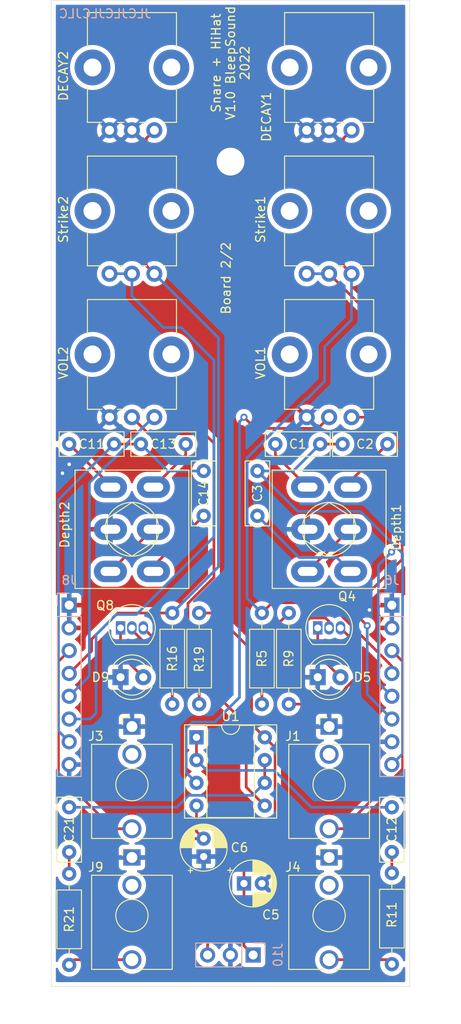
<source format=kicad_pcb>
(kicad_pcb (version 20211014) (generator pcbnew)
  (layers (0 "F.Cu" signal) (31 "B.Cu" signal) (34 "B.Paste" user) (35 "F.Paste" user) (36 "B.SilkS" user "B.Silkscreen") (37 "F.SilkS" user "F.Silkscreen") (38 "B.Mask" user) (39 "F.Mask" user) (44 "Edge.Cuts" user))
  (net 0 "")
  (net 1 "GND")
  (net 2 "+12V")
  (net 3 "-12V")
  (net 4 "Net-(U1-Pad2)")
  (net 5 "Net-(C1-Pad2)")
  (net 6 "Net-(C11-Pad2)")
  (net 7 "Net-(C12-Pad2)")
  (net 8 "Net-(C14-Pad2)")
  (net 9 "Net-(D5-Pad2)")
  (net 11 "/DeH")
  (net 12 "Net-(C2-Pad2)")
  (net 13 "Net-(C3-Pad2)")
  (net 14 "/SnI")
  (net 15 "/SnH")
  (net 16 "/So")
  (net 17 "/HiDH")
  (net 18 "Net-(C13-Pad2)")
  (net 19 "/HiI")
  (net 20 "/HiH")
  (net 21 "/Ho")
  (net 23 "Net-(C21-Pad2)")
  (net 24 "Net-(C21-Pad1)")
  (net 25 "Net-(D9-Pad2)")
  (net 26 "Net-(R11-Pad1)")
  (net 28 "Net-(R21-Pad1)")
  (net 30 "/SnO")
  (net 31 "/HiO")
  (net 32 "Net-(Q4-Pad3)")
  (net 33 "Net-(Q4-Pad2)")
  (net 34 "Net-(VOL1-Pad2)")
  (net 35 "Net-(Q8-Pad3)")
  (net 36 "Net-(Q8-Pad2)")
  (net 37 "Net-(VOL2-Pad2)")
  (net 38 "Net-(Depth1-Pad3)")
  (net 39 "Net-(Depth2-Pad3)")
  (footprint "Capacitor_THT:C_Disc_D7.0mm_W2.5mm_P5.00mm" (layer "F.Cu") (at 103 80.5 180)
    (fp_text reference "C1" (at 2.5 0) (layer "F.SilkS"))
    (fp_text value "10µF")
    (pad "1" thru_hole circle locked (at 0 0 180) (size 1.6 1.6) (drill 0.8) (layers *.Cu *.Mask) (net 11 "/DeH"))
    (pad "2" thru_hole circle locked (at 5 0 180) (size 1.6 1.6) (drill 0.8) (layers *.Cu *.Mask) (net 5 "Net-(C1-Pad2)"))
  )
  (footprint "Capacitor_THT:C_Disc_D7.0mm_W2.5mm_P5.00mm" (layer "F.Cu") (at 105.5 80.5)
    (fp_text reference "C2" (at 2.5 0) (layer "F.SilkS"))
    (fp_text value "1µF")
    (pad "1" thru_hole circle locked (at 0 0) (size 1.6 1.6) (drill 0.8) (layers *.Cu *.Mask) (net 11 "/DeH"))
    (pad "2" thru_hole circle locked (at 5 0) (size 1.6 1.6) (drill 0.8) (layers *.Cu *.Mask) (net 12 "Net-(C2-Pad2)"))
  )
  (footprint "Capacitor_THT:C_Disc_D7.0mm_W2.5mm_P5.00mm" (layer "F.Cu") (at 96 83.5 -90)
    (fp_text reference "C3" (at 2.5 0 90) (layer "F.SilkS"))
    (fp_text value "0.1µF")
    (pad "1" thru_hole circle locked (at 0 0 270) (size 1.6 1.6) (drill 0.8) (layers *.Cu *.Mask) (net 11 "/DeH"))
    (pad "2" thru_hole circle locked (at 5 0 270) (size 1.6 1.6) (drill 0.8) (layers *.Cu *.Mask) (net 13 "Net-(C3-Pad2)"))
  )
  (footprint "Capacitor_THT:CP_Radial_D5.0mm_P2.00mm" (layer "F.Cu") (at 94.5 129.5)
    (fp_text reference "C5" (at 3 3.5 180) (layer "F.SilkS"))
    (fp_text value "10µ")
    (pad "1" thru_hole rect locked (at 0 0) (size 1.6 1.6) (drill 0.8) (layers *.Cu *.Mask) (net 2 "+12V"))
    (pad "2" thru_hole circle locked (at 2 0) (size 1.6 1.6) (drill 0.8) (layers *.Cu *.Mask) (net 1 "GND"))
  )
  (footprint "Capacitor_THT:CP_Radial_D5.0mm_P2.00mm" (layer "F.Cu") (at 90 126.5 90)
    (fp_text reference "C6" (at 1 4 180) (layer "F.SilkS"))
    (fp_text value "10µ")
    (pad "1" thru_hole rect locked (at 0 0 90) (size 1.6 1.6) (drill 0.8) (layers *.Cu *.Mask) (net 1 "GND"))
    (pad "2" thru_hole circle locked (at 2 0 90) (size 1.6 1.6) (drill 0.8) (layers *.Cu *.Mask) (net 3 "-12V"))
  )
  (footprint "Capacitor_THT:C_Disc_D7.0mm_W2.5mm_P5.00mm" (layer "F.Cu") (at 80 80.5 180)
    (fp_text reference "C11" (at 2.5 0) (layer "F.SilkS"))
    (fp_text value "10µF")
    (pad "1" thru_hole circle locked (at 0 0 180) (size 1.6 1.6) (drill 0.8) (layers *.Cu *.Mask) (net 17 "/HiDH"))
    (pad "2" thru_hole circle locked (at 5 0 180) (size 1.6 1.6) (drill 0.8) (layers *.Cu *.Mask) (net 6 "Net-(C11-Pad2)"))
  )
  (footprint "Capacitor_THT:C_Disc_D7.0mm_W2.5mm_P5.00mm" (layer "F.Cu") (at 111 121 -90)
    (fp_text reference "C12" (at 2.5 0 90) (layer "F.SilkS"))
    (fp_text value "10µF")
    (pad "1" thru_hole circle locked (at 0 0 270) (size 1.6 1.6) (drill 0.8) (layers *.Cu *.Mask) (net 4 "Net-(U1-Pad2)"))
    (pad "2" thru_hole circle locked (at 5 0 270) (size 1.6 1.6) (drill 0.8) (layers *.Cu *.Mask) (net 7 "Net-(C12-Pad2)"))
  )
  (footprint "Capacitor_THT:C_Disc_D7.0mm_W2.5mm_P5.00mm" (layer "F.Cu") (at 83 80.5)
    (fp_text reference "C13" (at 2.5 0) (layer "F.SilkS"))
    (fp_text value "1µF")
    (pad "1" thru_hole circle locked (at 0 0) (size 1.6 1.6) (drill 0.8) (layers *.Cu *.Mask) (net 17 "/HiDH"))
    (pad "2" thru_hole circle locked (at 5 0) (size 1.6 1.6) (drill 0.8) (layers *.Cu *.Mask) (net 18 "Net-(C13-Pad2)"))
  )
  (footprint "Capacitor_THT:C_Disc_D7.0mm_W2.5mm_P5.00mm" (layer "F.Cu") (at 90 83.5 -90)
    (fp_text reference "C14" (at 2.5 0 90) (layer "F.SilkS"))
    (fp_text value "0.1µF")
    (pad "1" thru_hole circle locked (at 0 0 270) (size 1.6 1.6) (drill 0.8) (layers *.Cu *.Mask) (net 17 "/HiDH"))
    (pad "2" thru_hole circle locked (at 5 0 270) (size 1.6 1.6) (drill 0.8) (layers *.Cu *.Mask) (net 8 "Net-(C14-Pad2)"))
  )
  (footprint "Capacitor_THT:C_Disc_D7.0mm_W2.5mm_P5.00mm" (layer "F.Cu") (at 75 121 -90)
    (fp_text reference "C21" (at 2.5 0 90) (layer "F.SilkS"))
    (fp_text value "10µF")
    (pad "1" thru_hole circle locked (at 0 0 270) (size 1.6 1.6) (drill 0.8) (layers *.Cu *.Mask) (net 24 "Net-(C21-Pad1)"))
    (pad "2" thru_hole circle locked (at 5 0 270) (size 1.6 1.6) (drill 0.8) (layers *.Cu *.Mask) (net 23 "Net-(C21-Pad2)"))
  )
  (footprint "LED_THT:LED_D4.0mm" (layer "F.Cu") (at 102.725 106.5)
    (fp_text reference "D5" (at 5 0) (layer "F.SilkS"))
    (fp_text value "Trig Snare")
    (pad "1" thru_hole rect locked (at 0 0) (size 1.8 1.8) (drill 0.9) (layers *.Cu *.Mask) (net 1 "GND"))
    (pad "2" thru_hole circle locked (at 2.54 0) (size 1.8 1.8) (drill 0.9) (layers *.Cu *.Mask) (net 9 "Net-(D5-Pad2)"))
  )
  (footprint "LED_THT:LED_D4.0mm" (layer "F.Cu") (at 80.725 106.5)
    (fp_text reference "D9" (at -2.225 0) (layer "F.SilkS"))
    (fp_text value "Trig_HiHat")
    (pad "1" thru_hole rect locked (at 0 0) (size 1.8 1.8) (drill 0.9) (layers *.Cu *.Mask) (net 1 "GND"))
    (pad "2" thru_hole circle locked (at 2.54 0) (size 1.8 1.8) (drill 0.9) (layers *.Cu *.Mask) (net 25 "Net-(D9-Pad2)"))
  )
  (footprint "Potentiometer_THT:Potentiometer_Bourns_PTV09A-1_Single_Vertical" (layer "F.Cu") (at 84.5 45.5 90)
    (fp_text reference "DECAY2" (at 6.05 -10.15 90) (layer "F.SilkS"))
    (fp_text value "100k")
    (pad "" np_thru_hole circle locked (at 7 1.9 90) (size 4 4) (drill 2) (layers *.Cu *.Mask))
    (pad "" np_thru_hole circle locked (at 7 -6.9 90) (size 4 4) (drill 2) (layers *.Cu *.Mask))
    (pad "1" thru_hole circle locked (at 0 0 90) (size 1.8 1.8) (drill 1) (layers *.Cu *.Mask) (net 20 "/HiH"))
    (pad "2" thru_hole circle locked (at 0 -2.5 90) (size 1.8 1.8) (drill 1) (layers *.Cu *.Mask) (net 1 "GND"))
    (pad "3" thru_hole circle locked (at 0 -5 90) (size 1.8 1.8) (drill 1) (layers *.Cu *.Mask) (net 1 "GND"))
  )
  (footprint "Connector_Audio:Jack_3.5mm_QingPu_WQP-PJ398SM_Vertical_CircularHoles" (layer "F.Cu") (at 82 112)
    (fp_text reference "J3" (at -4.03 1.08 180) (layer "F.SilkS"))
    (fp_text value "HiHat IN")
    (pad "S" thru_hole rect locked (at 0 0 180) (size 1.93 1.83) (drill 1.22) (layers *.Cu *.Mask) (net 1 "GND"))
    (pad "T" thru_hole circle locked (at 0 11.4 180) (size 2.13 2.13) (drill 1.43) (layers *.Cu *.Mask) (net 19 "/HiI"))
    (pad "TN" thru_hole circle locked (at 0 3.1 180) (size 2.13 2.13) (drill 1.42) (layers *.Cu *.Mask))
  )
  (footprint "Connector_Audio:Jack_3.5mm_QingPu_WQP-PJ398SM_Vertical_CircularHoles" (layer "F.Cu") (at 104 126.6)
    (fp_text reference "J4" (at -4.03 1.08 180) (layer "F.SilkS"))
    (fp_text value "Snare OUT")
    (pad "S" thru_hole rect locked (at 0 0 180) (size 1.93 1.83) (drill 1.22) (layers *.Cu *.Mask) (net 1 "GND"))
    (pad "T" thru_hole circle locked (at 0 11.4 180) (size 2.13 2.13) (drill 1.43) (layers *.Cu *.Mask) (net 26 "Net-(R11-Pad1)"))
    (pad "TN" thru_hole circle locked (at 0 3.1 180) (size 2.13 2.13) (drill 1.42) (layers *.Cu *.Mask))
  )
  (footprint "Connector_Audio:Jack_3.5mm_QingPu_WQP-PJ398SM_Vertical_CircularHoles" (layer "F.Cu") (at 82 126.6)
    (fp_text reference "J9" (at -4.03 1.08 180) (layer "F.SilkS"))
    (fp_text value "HiHat OUT")
    (pad "S" thru_hole rect locked (at 0 0 180) (size 1.93 1.83) (drill 1.22) (layers *.Cu *.Mask) (net 1 "GND"))
    (pad "T" thru_hole circle locked (at 0 11.4 180) (size 2.13 2.13) (drill 1.43) (layers *.Cu *.Mask) (net 28 "Net-(R21-Pad1)"))
    (pad "TN" thru_hole circle locked (at 0 3.1 180) (size 2.13 2.13) (drill 1.42) (layers *.Cu *.Mask))
  )
  (footprint "Package_TO_SOT_THT:TO-92_Inline" (layer "F.Cu") (at 102.73 101)
    (fp_text reference "Q4" (at 3.27 -3.5) (layer "F.SilkS"))
    (fp_text value "2N3904")
    (pad "1" thru_hole rect locked (at 0 0) (size 1.05 1.5) (drill 0.75) (layers *.Cu *.Mask) (net 9 "Net-(D5-Pad2)"))
    (pad "2" thru_hole oval locked (at 1.27 0) (size 1.05 1.5) (drill 0.75) (layers *.Cu *.Mask) (net 33 "Net-(Q4-Pad2)"))
    (pad "3" thru_hole oval locked (at 2.54 0) (size 1.05 1.5) (drill 0.75) (layers *.Cu *.Mask) (net 32 "Net-(Q4-Pad3)"))
  )
  (footprint "Package_TO_SOT_THT:TO-92_Inline" (layer "F.Cu") (at 80.73 101)
    (fp_text reference "Q8" (at -1.73 -2.5) (layer "F.SilkS"))
    (fp_text value "2N3904")
    (pad "1" thru_hole rect locked (at 0 0) (size 1.05 1.5) (drill 0.75) (layers *.Cu *.Mask) (net 25 "Net-(D9-Pad2)"))
    (pad "2" thru_hole oval locked (at 1.27 0) (size 1.05 1.5) (drill 0.75) (layers *.Cu *.Mask) (net 36 "Net-(Q8-Pad2)"))
    (pad "3" thru_hole oval locked (at 2.54 0) (size 1.05 1.5) (drill 0.75) (layers *.Cu *.Mask) (net 35 "Net-(Q8-Pad3)"))
  )
  (footprint "Resistor_THT:R_Axial_DIN0207_L6.3mm_D2.5mm_P10.16mm_Horizontal" (layer "F.Cu") (at 96.5 99.34 -90)
    (fp_text reference "R5" (at 5.08 0 90) (layer "F.SilkS"))
    (fp_text value "100k")
    (pad "1" thru_hole circle locked (at 0 0 270) (size 1.6 1.6) (drill 0.8) (layers *.Cu *.Mask) (net 15 "/SnH"))
    (pad "2" thru_hole oval locked (at 10.16 0 270) (size 1.6 1.6) (drill 0.8) (layers *.Cu *.Mask) (net 33 "Net-(Q4-Pad2)"))
  )
  (footprint "Resistor_THT:R_Axial_DIN0207_L6.3mm_D2.5mm_P10.16mm_Horizontal" (layer "F.Cu") (at 99.5 99.34 -90)
    (fp_text reference "R9" (at 5.08 0 90) (layer "F.SilkS"))
    (fp_text value "1k")
    (pad "1" thru_hole circle locked (at 0 0 270) (size 1.6 1.6) (drill 0.8) (layers *.Cu *.Mask) (net 2 "+12V"))
    (pad "2" thru_hole oval locked (at 10.16 0 270) (size 1.6 1.6) (drill 0.8) (layers *.Cu *.Mask) (net 32 "Net-(Q4-Pad3)"))
  )
  (footprint "Resistor_THT:R_Axial_DIN0207_L6.3mm_D2.5mm_P10.16mm_Horizontal" (layer "F.Cu") (at 111 138.5 90)
    (fp_text reference "R11" (at 5.5 0 90) (layer "F.SilkS"))
    (fp_text value "1k")
    (pad "1" thru_hole circle locked (at 0 0 90) (size 1.6 1.6) (drill 0.8) (layers *.Cu *.Mask) (net 26 "Net-(R11-Pad1)"))
    (pad "2" thru_hole oval locked (at 10.16 0 90) (size 1.6 1.6) (drill 0.8) (layers *.Cu *.Mask) (net 7 "Net-(C12-Pad2)"))
  )
  (footprint "Resistor_THT:R_Axial_DIN0207_L6.3mm_D2.5mm_P10.16mm_Horizontal" (layer "F.Cu") (at 86.5 99.34 -90)
    (fp_text reference "R16" (at 5.08 0 90) (layer "F.SilkS"))
    (fp_text value "100k")
    (pad "1" thru_hole circle locked (at 0 0 270) (size 1.6 1.6) (drill 0.8) (layers *.Cu *.Mask) (net 20 "/HiH"))
    (pad "2" thru_hole oval locked (at 10.16 0 270) (size 1.6 1.6) (drill 0.8) (layers *.Cu *.Mask) (net 36 "Net-(Q8-Pad2)"))
  )
  (footprint "Resistor_THT:R_Axial_DIN0207_L6.3mm_D2.5mm_P10.16mm_Horizontal" (layer "F.Cu") (at 89.5 99.34 -90)
    (fp_text reference "R19" (at 5.16 0 90) (layer "F.SilkS"))
    (fp_text value "1k")
    (pad "1" thru_hole circle locked (at 0 0 270) (size 1.6 1.6) (drill 0.8) (layers *.Cu *.Mask) (net 2 "+12V"))
    (pad "2" thru_hole oval locked (at 10.16 0 270) (size 1.6 1.6) (drill 0.8) (layers *.Cu *.Mask) (net 35 "Net-(Q8-Pad3)"))
  )
  (footprint "Resistor_THT:R_Axial_DIN0207_L6.3mm_D2.5mm_P10.16mm_Horizontal" (layer "F.Cu") (at 75 138.58 90)
    (fp_text reference "R21" (at 5.08 0 90) (layer "F.SilkS"))
    (fp_text value "1k")
    (pad "1" thru_hole circle locked (at 0 0 90) (size 1.6 1.6) (drill 0.8) (layers *.Cu *.Mask) (net 28 "Net-(R21-Pad1)"))
    (pad "2" thru_hole oval locked (at 10.16 0 90) (size 1.6 1.6) (drill 0.8) (layers *.Cu *.Mask) (net 23 "Net-(C21-Pad2)"))
  )
  (footprint "Potentiometer_THT:Potentiometer_Bourns_PTV09A-1_Single_Vertical" (layer "F.Cu") (at 84.5 61.5 90)
    (fp_text reference "Strike2" (at 6.05 -10.15 90) (layer "F.SilkS"))
    (fp_text value "100k")
    (pad "" np_thru_hole circle locked (at 7 -6.9 90) (size 4 4) (drill 2) (layers *.Cu *.Mask))
    (pad "" np_thru_hole circle locked (at 7 1.9 90) (size 4 4) (drill 2) (layers *.Cu *.Mask))
    (pad "1" thru_hole circle locked (at 0 0 90) (size 1.8 1.8) (drill 1) (layers *.Cu *.Mask) (net 20 "/HiH"))
    (pad "2" thru_hole circle locked (at 0 -2.5 90) (size 1.8 1.8) (drill 1) (layers *.Cu *.Mask) (net 21 "/Ho"))
    (pad "3" thru_hole circle locked (at 0 -5 90) (size 1.8 1.8) (drill 1) (layers *.Cu *.Mask) (net 21 "/Ho"))
  )
  (footprint "Potentiometer_THT:Potentiometer_Bourns_PTV09A-1_Single_Vertical" (layer "F.Cu") (at 106.5 45.5 90)
    (fp_text reference "DECAY1" (at 1.5 -9.5 90) (layer "F.SilkS"))
    (fp_text value "100k")
    (pad "" np_thru_hole circle locked (at 7 1.9 90) (size 4 4) (drill 2) (layers *.Cu *.Mask))
    (pad "" np_thru_hole circle locked (at 7 -6.9 90) (size 4 4) (drill 2) (layers *.Cu *.Mask))
    (pad "1" thru_hole circle locked (at 0 0 90) (size 1.8 1.8) (drill 1) (layers *.Cu *.Mask) (net 15 "/SnH"))
    (pad "2" thru_hole circle locked (at 0 -2.5 90) (size 1.8 1.8) (drill 1) (layers *.Cu *.Mask) (net 1 "GND"))
    (pad "3" thru_hole circle locked (at 0 -5 90) (size 1.8 1.8) (drill 1) (layers *.Cu *.Mask) (net 1 "GND"))
  )
  (footprint "Potentiometer_THT:Potentiometer_Bourns_PTV09A-1_Single_Vertical" (layer "F.Cu") (at 106.5 61.5 90)
    (fp_text reference "Strike1" (at 6.05 -10.15 90) (layer "F.SilkS"))
    (fp_text value "100k")
    (pad "" np_thru_hole circle locked (at 7 1.9 90) (size 4 4) (drill 2) (layers *.Cu *.Mask))
    (pad "" np_thru_hole circle locked (at 7 -6.9 90) (size 4 4) (drill 2) (layers *.Cu *.Mask))
    (pad "1" thru_hole circle locked (at 0 0 90) (size 1.8 1.8) (drill 1) (layers *.Cu *.Mask) (net 15 "/SnH"))
    (pad "2" thru_hole circle locked (at 0 -2.5 90) (size 1.8 1.8) (drill 1) (layers *.Cu *.Mask) (net 16 "/So"))
    (pad "3" thru_hole circle locked (at 0 -5 90) (size 1.8 1.8) (drill 1) (layers *.Cu *.Mask) (net 16 "/So"))
  )
  (footprint "Potentiometer_THT:Potentiometer_Bourns_PTV09A-1_Single_Vertical" (layer "F.Cu") (at 106.5 77.5 90)
    (fp_text reference "VOL1" (at 6.05 -10.15 90) (layer "F.SilkS"))
    (fp_text value "10k")
    (pad "" np_thru_hole circle locked (at 7 1.9 90) (size 4 4) (drill 2) (layers *.Cu *.Mask))
    (pad "" np_thru_hole circle locked (at 7 -6.9 90) (size 4 4) (drill 2) (layers *.Cu *.Mask))
    (pad "1" thru_hole circle locked (at 0 0 90) (size 1.8 1.8) (drill 1) (layers *.Cu *.Mask) (net 30 "/SnO"))
    (pad "2" thru_hole circle locked (at 0 -2.5 90) (size 1.8 1.8) (drill 1) (layers *.Cu *.Mask) (net 34 "Net-(VOL1-Pad2)"))
    (pad "3" thru_hole circle locked (at 0 -5 90) (size 1.8 1.8) (drill 1) (layers *.Cu *.Mask) (net 1 "GND"))
  )
  (footprint "Potentiometer_THT:Potentiometer_Bourns_PTV09A-1_Single_Vertical" (layer "F.Cu") (at 84.5 77.5 90)
    (fp_text reference "VOL2" (at 6.05 -10.15 90) (layer "F.SilkS"))
    (fp_text value "10k")
    (pad "" np_thru_hole circle locked (at 7 1.9 90) (size 4 4) (drill 2) (layers *.Cu *.Mask))
    (pad "" np_thru_hole circle locked (at 7 -6.9 90) (size 4 4) (drill 2) (layers *.Cu *.Mask))
    (pad "1" thru_hole circle locked (at 0 0 90) (size 1.8 1.8) (drill 1) (layers *.Cu *.Mask) (net 31 "/HiO"))
    (pad "2" thru_hole circle locked (at 0 -2.5 90) (size 1.8 1.8) (drill 1) (layers *.Cu *.Mask) (net 37 "Net-(VOL2-Pad2)"))
    (pad "3" thru_hole circle locked (at 0 -5 90) (size 1.8 1.8) (drill 1) (layers *.Cu *.Mask) (net 1 "GND"))
  )
  (footprint "Connector_Audio:Jack_3.5mm_QingPu_WQP-PJ398SM_Vertical_CircularHoles" (layer "F.Cu") (at 104 112)
    (fp_text reference "J1" (at -4.03 1.08 180) (layer "F.SilkS"))
    (fp_text value "Snare IN")
    (pad "S" thru_hole rect locked (at 0 0 180) (size 1.93 1.83) (drill 1.22) (layers *.Cu *.Mask) (net 1 "GND"))
    (pad "T" thru_hole circle locked (at 0 11.4 180) (size 2.13 2.13) (drill 1.43) (layers *.Cu *.Mask) (net 14 "/SnI"))
    (pad "TN" thru_hole circle locked (at 0 3.1 180) (size 2.13 2.13) (drill 1.42) (layers *.Cu *.Mask))
  )
  (footprint "Synth:SW_DPDT_Toggle" (layer "F.Cu") (at 104 90 90)
    (fp_text reference "Depth1" (at 0.2 7.5 90) (layer "F.SilkS"))
    (fp_text value "SW_Push_DPDT")
    (pad "1" thru_hole oval locked (at 4.7 -2.4 180) (size 3.7 2.4) (drill oval 2.2 1) (layers *.Cu *.Mask) (net 5 "Net-(C1-Pad2)"))
    (pad "2" thru_hole oval locked (at 0 -2.4 180) (size 3.7 2.4) (drill oval 2.2 1) (layers *.Cu *.Mask) (net 1 "GND"))
    (pad "3" thru_hole oval locked (at -4.7 -2.4 180) (size 3.7 2.4) (drill oval 2.2 1) (layers *.Cu *.Mask) (net 38 "Net-(Depth1-Pad3)"))
    (pad "4" thru_hole oval locked (at 4.7 2.4 180) (size 3.7 2.4) (drill oval 2.2 1) (layers *.Cu *.Mask) (net 12 "Net-(C2-Pad2)"))
    (pad "5" thru_hole oval locked (at 0 2.4 180) (size 3.7 2.4) (drill oval 2.2 1) (layers *.Cu *.Mask) (net 38 "Net-(Depth1-Pad3)"))
    (pad "6" thru_hole oval locked (at -4.7 2.4 180) (size 3.7 2.4) (drill oval 2.2 1) (layers *.Cu *.Mask) (net 13 "Net-(C3-Pad2)"))
  )
  (footprint "Synth:SW_DPDT_Toggle" (layer "F.Cu") (at 82 90 90)
    (fp_text reference "Depth2" (at 0.5 -7.5 90) (layer "F.SilkS"))
    (fp_text value "SW_Push_DPDT")
    (pad "1" thru_hole oval locked (at 4.7 -2.4 180) (size 3.7 2.4) (drill oval 2.2 1) (layers *.Cu *.Mask) (net 6 "Net-(C11-Pad2)"))
    (pad "2" thru_hole oval locked (at 0 -2.4 180) (size 3.7 2.4) (drill oval 2.2 1) (layers *.Cu *.Mask) (net 1 "GND"))
    (pad "3" thru_hole oval locked (at -4.7 -2.4 180) (size 3.7 2.4) (drill oval 2.2 1) (layers *.Cu *.Mask) (net 39 "Net-(Depth2-Pad3)"))
    (pad "4" thru_hole oval locked (at 4.7 2.4 180) (size 3.7 2.4) (drill oval 2.2 1) (layers *.Cu *.Mask) (net 18 "Net-(C13-Pad2)"))
    (pad "5" thru_hole oval locked (at 0 2.4 180) (size 3.7 2.4) (drill oval 2.2 1) (layers *.Cu *.Mask) (net 39 "Net-(Depth2-Pad3)"))
    (pad "6" thru_hole oval locked (at -4.7 2.4 180) (size 3.7 2.4) (drill oval 2.2 1) (layers *.Cu *.Mask) (net 8 "Net-(C14-Pad2)"))
  )
  (footprint "Package_DIP:DIP-8_W7.62mm_Socket" (layer "F.Cu") (at 89.2 113.2)
    (fp_text reference "U1" (at 3.81 -2.33) (layer "F.SilkS"))
    (fp_text value "TL072")
    (pad "1" thru_hole rect locked (at 0 0) (size 1.6 1.6) (drill 0.8) (layers *.Cu *.Mask) (net 4 "Net-(U1-Pad2)"))
    (pad "2" thru_hole oval locked (at 0 2.54) (size 1.6 1.6) (drill 0.8) (layers *.Cu *.Mask) (net 4 "Net-(U1-Pad2)"))
    (pad "3" thru_hole oval locked (at 0 5.08) (size 1.6 1.6) (drill 0.8) (layers *.Cu *.Mask) (net 34 "Net-(VOL1-Pad2)"))
    (pad "4" thru_hole oval locked (at 0 7.62) (size 1.6 1.6) (drill 0.8) (layers *.Cu *.Mask) (net 3 "-12V"))
    (pad "5" thru_hole oval locked (at 7.62 7.62) (size 1.6 1.6) (drill 0.8) (layers *.Cu *.Mask) (net 37 "Net-(VOL2-Pad2)"))
    (pad "6" thru_hole oval locked (at 7.62 5.08) (size 1.6 1.6) (drill 0.8) (layers *.Cu *.Mask) (net 24 "Net-(C21-Pad1)"))
    (pad "7" thru_hole oval locked (at 7.62 2.54) (size 1.6 1.6) (drill 0.8) (layers *.Cu *.Mask) (net 24 "Net-(C21-Pad1)"))
    (pad "8" thru_hole oval locked (at 7.62 0) (size 1.6 1.6) (drill 0.8) (layers *.Cu *.Mask) (net 2 "+12V"))
  )
  (footprint "Connector_PinSocket_2.54mm:PinSocket_1x08_P2.54mm_Vertical" (layer "B.Cu") (at 75 98.46 180)
    (fp_text reference "J8" (at 0 2.77) (layer "B.SilkS") (effects (justify mirror)))
    (fp_text value "Conn_01x08_Female")
    (pad "1" thru_hole rect locked (at 0 0 180) (size 1.7 1.7) (drill 1) (layers *.Cu *.Mask) (net 1 "GND"))
    (pad "2" thru_hole oval locked (at 0 -2.54 180) (size 1.7 1.7) (drill 1) (layers *.Cu *.Mask) (net 1 "GND"))
    (pad "3" thru_hole oval locked (at 0 -5.08 180) (size 1.7 1.7) (drill 1) (layers *.Cu *.Mask) (net 19 "/HiI"))
    (pad "4" thru_hole oval locked (at 0 -7.62 180) (size 1.7 1.7) (drill 1) (layers *.Cu *.Mask) (net 20 "/HiH"))
    (pad "5" thru_hole oval locked (at 0 -10.16 180) (size 1.7 1.7) (drill 1) (layers *.Cu *.Mask) (net 31 "/HiO"))
    (pad "6" thru_hole oval locked (at 0 -12.7 180) (size 1.7 1.7) (drill 1) (layers *.Cu *.Mask) (net 21 "/Ho"))
    (pad "7" thru_hole oval locked (at 0 -15.24 180) (size 1.7 1.7) (drill 1) (layers *.Cu *.Mask) (net 17 "/HiDH"))
    (pad "8" thru_hole oval locked (at 0 -17.78 180) (size 1.7 1.7) (drill 1) (layers *.Cu *.Mask) (net 1 "GND"))
  )
  (footprint "Connector_PinSocket_2.54mm:PinSocket_1x08_P2.54mm_Vertical" (layer "B.Cu") (at 111 98.46 180)
    (fp_text reference "J6" (at 0 2.77) (layer "B.SilkS") (effects (justify mirror)))
    (fp_text value "Conn_01x08_Female")
    (pad "1" thru_hole rect locked (at 0 0 180) (size 1.7 1.7) (drill 1) (layers *.Cu *.Mask) (net 1 "GND"))
    (pad "2" thru_hole oval locked (at 0 -2.54 180) (size 1.7 1.7) (drill 1) (layers *.Cu *.Mask) (net 1 "GND"))
    (pad "3" thru_hole oval locked (at 0 -5.08 180) (size 1.7 1.7) (drill 1) (layers *.Cu *.Mask) (net 14 "/SnI"))
    (pad "4" thru_hole oval locked (at 0 -7.62 180) (size 1.7 1.7) (drill 1) (layers *.Cu *.Mask) (net 15 "/SnH"))
    (pad "5" thru_hole oval locked (at 0 -10.16 180) (size 1.7 1.7) (drill 1) (layers *.Cu *.Mask) (net 30 "/SnO"))
    (pad "6" thru_hole oval locked (at 0 -12.7 180) (size 1.7 1.7) (drill 1) (layers *.Cu *.Mask) (net 16 "/So"))
    (pad "7" thru_hole oval locked (at 0 -15.24 180) (size 1.7 1.7) (drill 1) (layers *.Cu *.Mask) (net 1 "GND"))
    (pad "8" thru_hole oval locked (at 0 -17.78 180) (size 1.7 1.7) (drill 1) (layers *.Cu *.Mask) (net 11 "/DeH"))
  )
  (footprint "Connector_PinSocket_2.54mm:PinSocket_1x03_P2.54mm_Vertical" (layer "B.Cu") (at 95.525 137.475 90)
    (fp_text reference "J10" (at 0 2.77 90) (layer "B.SilkS") (effects (justify mirror)))
    (fp_text value "Conn_01x03_Female")
    (pad "1" thru_hole rect locked (at 0 0 90) (size 1.7 1.7) (drill 1) (layers *.Cu *.Mask) (net 2 "+12V"))
    (pad "2" thru_hole oval locked (at 0 -2.54 90) (size 1.7 1.7) (drill 1) (layers *.Cu *.Mask) (net 1 "GND"))
    (pad "3" thru_hole oval locked (at 0 -5.08 90) (size 1.7 1.7) (drill 1) (layers *.Cu *.Mask) (net 3 "-12V"))
  )
  (gr_line (start 73 31) (end 112.999999 31) (layer "Edge.Cuts") (width 0.05))
  (gr_line (start 112.999999 31) (end 113 141) (layer "Edge.Cuts") (width 0.05))
  (gr_line (start 73 31) (end 73 141) (layer "Edge.Cuts") (width 0.05))
  (gr_line (start 73 141) (end 113 141) (layer "Edge.Cuts") (width 0.05))
  (gr_text "JLCJLCJLCJLC\n" (at 79 32.5) (layer "B.SilkS") (effects (font (size 1 1)) (justify mirror)))
  (gr_text "Board 2/2" (at 92.5 62 90) (layer "F.SilkS") (effects (font (size 1 1))))
  (gr_text "Snare + HiHat\nV1.0 BleepSound\n2022" (at 93 38 90) (layer "F.SilkS") (effects (font (size 1 1))))
  (via (at 93 49) (size 3.6) (drill 3.1) (layers "F.Cu" "B.Cu") (net 1))
  (via (at 75 82.75) (size 0.8) (drill 0.4) (layers "F.Cu" "B.Cu") (net 1))
  (via (at 74.25 83.75) (size 0.8) (drill 0.4) (layers "F.Cu" "B.Cu") (net 1))
  (via (at 108.5 99) (size 0.8) (drill 0.4) (layers "F.Cu" "B.Cu") (net 1))
  (segment (start 94.5 127) (end 94.5 129.5) (width 0.3) (layer "F.Cu") (net 2))
  (segment (start 96.82 113.2) (end 97.969511 114.349511) (width 0.3) (layer "F.Cu") (net 2))
  (segment (start 97.969511 114.349511) (end 97.969511 123.530489) (width 0.3) (layer "F.Cu") (net 2))
  (segment (start 99.5 99.34) (end 95.350489 103.489511) (width 0.3) (layer "F.Cu") (net 2))
  (segment (start 91.200978 99.34) (end 95.350489 103.489511) (width 0.3) (layer "F.Cu") (net 2))
  (segment (start 89.5 99.34) (end 91.200978 99.34) (width 0.3) (layer "F.Cu") (net 2))
  (segment (start 97.969511 123.530489) (end 94.5 127) (width 0.3) (layer "F.Cu") (net 2))
  (segment (start 95.350489 111.730489) (end 96.82 113.2) (width 0.3) (layer "F.Cu") (net 2))
  (segment (start 94.5 136.45) (end 95.525 137.475) (width 0.3) (layer "F.Cu") (net 2))
  (segment (start 95.350489 103.489511) (end 95.350489 111.730489) (width 0.3) (layer "F.Cu") (net 2))
  (segment (start 94.5 129.5) (end 94.5 136.45) (width 0.3) (layer "F.Cu") (net 2))
  (segment (start 90.445 137.475) (end 90.445 130.445) (width 0.3) (layer "F.Cu") (net 3))
  (segment (start 88.86863 124.5) (end 90 124.5) (width 0.3) (layer "F.Cu") (net 3))
  (segment (start 88 125.36863) (end 88.86863 124.5) (width 0.3) (layer "F.Cu") (net 3))
  (segment (start 90.445 130.445) (end 88 128) (width 0.3) (layer "F.Cu") (net 3))
  (segment (start 89.2 120.82) (end 89.200001 123.700001) (width 0.3) (layer "F.Cu") (net 3))
  (segment (start 89.200001 123.700001) (end 90 124.5) (width 0.3) (layer "F.Cu") (net 3))
  (segment (start 88 128) (end 88 125.36863) (width 0.3) (layer "F.Cu") (net 3))
  (segment (start 89.2 115.74) (end 89.2 113.2) (width 0.3) (layer "F.Cu") (net 4))
  (segment (start 102 121) (end 97.889511 116.889511) (width 0.3) (layer "B.Cu") (net 4))
  (segment (start 111 121) (end 102 121) (width 0.3) (layer "B.Cu") (net 4))
  (segment (start 97.889511 116.889511) (end 90.349511 116.889511) (width 0.3) (layer "B.Cu") (net 4))
  (segment (start 90.349511 116.889511) (end 89.2 115.74) (width 0.3) (layer "B.Cu") (net 4))
  (segment (start 101.6 85.3) (end 98 81.7) (width 0.3) (layer "F.Cu") (net 5))
  (segment (start 98 81.7) (end 98 80.5) (width 0.3) (layer "F.Cu") (net 5))
  (segment (start 79.6 85.1) (end 79.6 85.3) (width 0.3) (layer "F.Cu") (net 6))
  (segment (start 75 80.5) (end 79.6 85.1) (width 0.3) (layer "F.Cu") (net 6))
  (segment (start 111 126) (end 111 128.34) (width 0.3) (layer "F.Cu") (net 7))
  (segment (start 84.4 94.7) (end 84.4 94.1) (width 0.3) (layer "F.Cu") (net 8))
  (segment (start 84.4 94.1) (end 90 88.5) (width 0.3) (layer "F.Cu") (net 8))
  (segment (start 102.73 103.965) (end 102.73 101) (width 0.3) (layer "F.Cu") (net 9))
  (segment (start 105.265 106.5) (end 102.73 103.965) (width 0.3) (layer "F.Cu") (net 9))
  (segment (start 105.5 80.5) (end 103 80.5) (width 0.3) (layer "F.Cu") (net 11))
  (segment (start 107.5 88) (end 112.199511 92.699511) (width 0.3) (layer "B.Cu") (net 11))
  (segment (start 103 80.5) (end 100 83.5) (width 0.3) (layer "B.Cu") (net 11))
  (segment (start 112.199511 92.699511) (end 112.199511 115.040489) (width 0.3) (layer "B.Cu") (net 11))
  (segment (start 112.199511 115.040489) (end 111 116.24) (width 0.3) (layer "B.Cu") (net 11))
  (segment (start 100 83.5) (end 96 83.5) (width 0.3) (layer "B.Cu") (net 11))
  (segment (start 100.5 88) (end 107.5 88) (width 0.3) (layer "B.Cu") (net 11))
  (segment (start 96 83.5) (end 100.5 88) (width 0.3) (layer "B.Cu") (net 11))
  (segment (start 106.4 84.6) (end 110.5 80.5) (width 0.3) (layer "F.Cu") (net 12))
  (segment (start 106.4 85.3) (end 106.4 84.6) (width 0.3) (layer "F.Cu") (net 12))
  (segment (start 106.4 94.7) (end 104.85048 93.15048) (width 0.3) (layer "B.Cu") (net 13))
  (segment (start 100.65048 93.15048) (end 96 88.5) (width 0.3) (layer "B.Cu") (net 13))
  (segment (start 104.85048 93.15048) (end 100.65048 93.15048) (width 0.3) (layer "B.Cu") (net 13))
  (segment (start 105.536366 123.4) (end 112.199511 116.736855) (width 0.3) (layer "F.Cu") (net 14))
  (segment (start 112.199511 104.739511) (end 111 103.54) (width 0.3) (layer "F.Cu") (net 14))
  (segment (start 112.199511 116.736855) (end 112.199511 104.739511) (width 0.3) (layer "F.Cu") (net 14))
  (segment (start 104 123.4) (end 105.536366 123.4) (width 0.3) (layer "F.Cu") (net 14))
  (segment (start 97.649511 98.190489) (end 96.5 99.34) (width 0.3) (layer "F.Cu") (net 15))
  (segment (start 111 106.08) (end 111 105.268242) (width 0.3) (layer "F.Cu") (net 15))
  (segment (start 111 105.268242) (end 103.922247 98.190489) (width 0.3) (layer "F.Cu") (net 15))
  (segment (start 105.6 60.6) (end 106.5 61.5) (width 0.3) (layer "F.Cu") (net 15))
  (segment (start 103.922247 98.190489) (end 97.649511 98.190489) (width 0.3) (layer "F.Cu") (net 15))
  (segment (start 105.6 46.4) (end 105.6 60.6) (width 0.3) (layer "F.Cu") (net 15))
  (segment (start 106.5 45.5) (end 105.6 46.4) (width 0.3) (layer "F.Cu") (net 15))
  (segment (start 101.374345 75.5) (end 94.850489 82.023856) (width 0.3) (layer "B.Cu") (net 15))
  (segment (start 94.850489 97.690489) (end 96.5 99.34) (width 0.3) (layer "B.Cu") (net 15))
  (segment (start 103.5 69.640576) (end 103.5 73.5) (width 0.3) (layer "B.Cu") (net 15))
  (segment (start 101.374345 75.5) (end 101.5 75.5) (width 0.3) (layer "B.Cu") (net 15))
  (segment (start 94.850489 82.023856) (end 94.850489 97.690489) (width 0.3) (layer "B.Cu") (net 15))
  (segment (start 106.5 66.640576) (end 103.5 69.640576) (width 0.3) (layer "B.Cu") (net 15))
  (segment (start 106.5 61.5) (end 106.5 66.640576) (width 0.3) (layer "B.Cu") (net 15))
  (segment (start 101.5 75.5) (end 103.5 73.5) (width 0.3) (layer "B.Cu") (net 15))
  (segment (start 112.149031 69.649031) (end 112.149031 93.350969) (width 0.3) (layer "F.Cu") (net 16))
  (segment (start 112.149031 93.350969) (end 107 98.5) (width 0.3) (layer "F.Cu") (net 16))
  (segment (start 107 99.5) (end 108.25 100.75) (width 0.3) (layer "F.Cu") (net 16))
  (segment (start 107 98.5) (end 107 99.5) (width 0.3) (layer "F.Cu") (net 16))
  (segment (start 104 61.5) (end 112.149031 69.649031) (width 0.3) (layer "F.Cu") (net 16))
  (via (at 108.25 100.75) (size 0.8) (drill 0.4) (layers "F.Cu" "B.Cu") (net 16))
  (segment (start 108.25 108.41) (end 111 111.16) (width 0.3) (layer "B.Cu") (net 16))
  (segment (start 108.25 100.75) (end 108.25 108.41) (width 0.3) (layer "B.Cu") (net 16))
  (segment (start 101.5 61.5) (end 104 61.5) (width 0.3) (layer "B.Cu") (net 16))
  (segment (start 83 80.5) (end 80 80.5) (width 0.3) (layer "F.Cu") (net 17))
  (segment (start 86 83.5) (end 83 80.5) (width 0.3) (layer "B.Cu") (net 17))
  (segment (start 90 83.5) (end 86 83.5) (width 0.3) (layer "B.Cu") (net 17))
  (segment (start 73.800489 86.699511) (end 73.800489 112.500489) (width 0.3) (layer "B.Cu") (net 17))
  (segment (start 73.800489 112.500489) (end 75 113.7) (width 0.3) (layer "B.Cu") (net 17))
  (segment (start 80 80.5) (end 73.800489 86.699511) (width 0.3) (layer "B.Cu") (net 17))
  (segment (start 88 81.7) (end 84.4 85.3) (width 0.3) (layer "F.Cu") (net 18))
  (segment (start 88 80.5) (end 88 81.7) (width 0.3) (layer "F.Cu") (net 18))
  (segment (start 73.800489 117.300489) (end 73.800489 104.739511) (width 0.3) (layer "F.Cu") (net 19))
  (segment (start 82 123.4) (end 79.9 123.4) (width 0.3) (layer "F.Cu") (net 19))
  (segment (start 79.9 123.4) (end 73.800489 117.300489) (width 0.3) (layer "F.Cu") (net 19))
  (segment (start 73.800489 104.739511) (end 75 103.54) (width 0.3) (layer "F.Cu") (net 19))
  (segment (start 77.5 102.255978) (end 77.5 103.58) (width 0.3) (layer "F.Cu") (net 20))
  (segment (start 80.415978 99.34) (end 77.5 102.255978) (width 0.3) (layer "F.Cu") (net 20))
  (segment (start 77.5 103.58) (end 75 106.08) (width 0.3) (layer "F.Cu") (net 20))
  (segment (start 86.5 99.34) (end 80.415978 99.34) (width 0.3) (layer "F.Cu") (net 20))
  (segment (start 83.6 46.4) (end 83.6 60.6) (width 0.3) (layer "F.Cu") (net 20))
  (segment (start 84.5 45.5) (end 83.6 46.4) (width 0.3) (layer "F.Cu") (net 20))
  (segment (start 83.6 60.6) (end 84.5 61.5) (width 0.3) (layer "F.Cu") (net 20))
  (segment (start 91.649031 68.649031) (end 91.649031 94.190969) (width 0.3) (layer "B.Cu") (net 20))
  (segment (start 91.649031 94.190969) (end 86.5 99.34) (width 0.3) (layer "B.Cu") (net 20))
  (segment (start 84.5 61.5) (end 91.649031 68.649031) (width 0.3) (layer "B.Cu") (net 20))
  (segment (start 82.5 99.5) (end 91.149511 90.850489) (width 0.3) (layer "B.Cu") (net 21))
  (segment (start 87.5 67.5) (end 85.5 67.5) (width 0.3) (layer "B.Cu") (net 21))
  (segment (start 78 101.755978) (end 78.127989 101.627989) (width 0.3) (layer "B.Cu") (net 21))
  (segment (start 75 111.16) (end 77.34 111.16) (width 0.3) (layer "B.Cu") (net 21))
  (segment (start 82 61.5) (end 79.5 61.5) (width 0.3) (layer "B.Cu") (net 21))
  (segment (start 80.255978 99.5) (end 82.5 99.5) (width 0.3) (layer "B.Cu") (net 21))
  (segment (start 77.34 111.16) (end 78 110.5) (width 0.3) (layer "B.Cu") (net 21))
  (segment (start 85.5 67.5) (end 82 64) (width 0.3) (layer "B.Cu") (net 21))
  (segment (start 78.127989 101.627989) (end 80.255978 99.5) (width 0.3) (layer "B.Cu") (net 21))
  (segment (start 82 64) (end 82 61.5) (width 0.3) (layer "B.Cu") (net 21))
  (segment (start 91.149511 90.850489) (end 91.149511 71.149511) (width 0.3) (layer "B.Cu") (net 21))
  (segment (start 91.149511 71.149511) (end 87.5 67.5) (width 0.3) (layer "B.Cu") (net 21))
  (segment (start 78 110.5) (end 78 101.755978) (width 0.3) (layer "B.Cu") (net 21))
  (segment (start 75 126) (end 75 128.42) (width 0.3) (layer "F.Cu") (net 23))
  (segment (start 96.82 115.74) (end 96.82 118.28) (width 0.3) (layer "F.Cu") (net 24))
  (segment (start 87 121) (end 88.329511 119.670489) (width 0.3) (layer "B.Cu") (net 24))
  (segment (start 88.329511 119.670489) (end 95.429511 119.670489) (width 0.3) (layer "B.Cu") (net 24))
  (segment (start 95.429511 119.670489) (end 96.82 118.28) (width 0.3) (layer "B.Cu") (net 24))
  (segment (start 75 121) (end 87 121) (width 0.3) (layer "B.Cu") (net 24))
  (segment (start 80.73 103.965) (end 83.265 106.5) (width 0.3) (layer "F.Cu") (net 25))
  (segment (start 80.73 101) (end 80.73 103.965) (width 0.3) (layer "F.Cu") (net 25))
  (segment (start 110.5 138) (end 111 138.5) (width 0.3) (layer "F.Cu") (net 26))
  (segment (start 104 138) (end 110.5 138) (width 0.3) (layer "F.Cu") (net 26))
  (segment (start 82 138) (end 75.58 138) (width 0.3) (layer "F.Cu") (net 28))
  (segment (start 75.58 138) (end 75 138.58) (width 0.3) (layer "F.Cu") (net 28))
  (segment (start 111.649511 91.850489) (end 111.649511 79.649511) (width 0.3) (layer "F.Cu") (net 30))
  (segment (start 109.5 77.5) (end 106.5 77.5) (width 0.3) (layer "F.Cu") (net 30))
  (segment (start 111.649511 79.649511) (end 109.5 77.5) (width 0.3) (layer "F.Cu") (net 30))
  (segment (start 110.970023 92.529977) (end 111.649511 91.850489) (width 0.3) (layer "F.Cu") (net 30))
  (via (at 110.970023 92.529977) (size 0.8) (drill 0.4) (layers "F.Cu" "B.Cu") (net 30))
  (segment (start 109.5 107.12) (end 109.5 94) (width 0.3) (layer "B.Cu") (net 30))
  (segment (start 111 108.62) (end 109.5 107.12) (width 0.3) (layer "B.Cu") (net 30))
  (segment (start 109.5 94) (end 110.970023 92.529977) (width 0.3) (layer "B.Cu") (net 30))
  (segment (start 75 108.62) (end 77.25 106.37) (width 0.3) (layer "B.Cu") (net 31))
  (segment (start 84.374345 77.5) (end 84.5 77.5) (width 0.3) (layer "B.Cu") (net 31))
  (segment (start 79.558648 82.5) (end 79.625655 82.5) (width 0.3) (layer "B.Cu") (net 31))
  (segment (start 81.5 80.625655) (end 81.5 80.374345) (width 0.3) (layer "B.Cu") (net 31))
  (segment (start 77.25 106.37) (end 77.25 84.808648) (width 0.3) (layer "B.Cu") (net 31))
  (segment (start 81.5 80.374345) (end 84.374345 77.5) (width 0.3) (layer "B.Cu") (net 31))
  (segment (start 77.25 84.808648) (end 79.558648 82.5) (width 0.3) (layer "B.Cu") (net 31))
  (segment (start 79.625655 82.5) (end 81.5 80.625655) (width 0.3) (layer "B.Cu") (net 31))
  (segment (start 99.5 109.5) (end 104.032076 109.5) (width 0.3) (layer "F.Cu") (net 32))
  (segment (start 107 102.73) (end 105.27 101) (width 0.3) (layer "F.Cu") (net 32))
  (segment (start 104.032076 109.5) (end 107 106.532076) (width 0.3) (layer "F.Cu") (net 32))
  (segment (start 107 106.532076) (end 107 102.73) (width 0.3) (layer "F.Cu") (net 32))
  (segment (start 104 100.295978) (end 103.604511 99.900489) (width 0.3) (layer "F.Cu") (net 33))
  (segment (start 96.5 105.255978) (end 96.5 109.5) (width 0.3) (layer "F.Cu") (net 33))
  (segment (start 104 101) (end 104 100.295978) (width 0.3) (layer "F.Cu") (net 33))
  (segment (start 101.855489 99.900489) (end 96.5 105.255978) (width 0.3) (layer "F.Cu") (net 33))
  (segment (start 103.604511 99.900489) (end 101.855489 99.900489) (width 0.3) (layer "F.Cu") (net 33))
  (segment (start 95.749511 78.749511) (end 102.750489 78.749511) (width 0.3) (layer "F.Cu") (net 34))
  (segment (start 102.750489 78.749511) (end 104 77.5) (width 0.3) (layer "F.Cu") (net 34))
  (segment (start 94.5 77.5) (end 95.749511 78.749511) (width 0.3) (layer "F.Cu") (net 34))
  (via (at 94.5 77.5) (size 0.8) (drill 0.4) (layers "F.Cu" "B.Cu") (net 34))
  (segment (start 89.2 118.28) (end 88.050489 117.130489) (width 0.3) (layer "B.Cu") (net 34))
  (segment (start 88.050489 112.199511) (end 88.75 111.5) (width 0.3) (layer "B.Cu") (net 34))
  (segment (start 88.75 111.5) (end 91.25 111.5) (width 0.3) (layer "B.Cu") (net 34))
  (segment (start 94 108.75) (end 94 78) (width 0.3) (layer "B.Cu") (net 34))
  (segment (start 94 78) (end 94.5 77.5) (width 0.3) (layer "B.Cu") (net 34))
  (segment (start 93.75 109) (end 94 108.75) (width 0.3) (layer "B.Cu") (net 34))
  (segment (start 88.050489 117.130489) (end 88.050489 112.199511) (width 0.3) (layer "B.Cu") (net 34))
  (segment (start 91.25 111.5) (end 93.75 109) (width 0.3) (layer "B.Cu") (net 34))
  (segment (start 89.5 107.23) (end 83.27 101) (width 0.3) (layer "F.Cu") (net 35))
  (segment (start 89.5 109.5) (end 89.5 107.23) (width 0.3) (layer "F.Cu") (net 35))
  (segment (start 82 101.225) (end 86.5 105.725) (width 0.3) (layer "F.Cu") (net 36))
  (segment (start 82 101) (end 82 101.225) (width 0.3) (layer "F.Cu") (net 36))
  (segment (start 86.5 105.725) (end 86.5 109.5) (width 0.3) (layer "F.Cu") (net 36))
  (segment (start 88.25 98.263367) (end 88.25 105.273572) (width 0.3) (layer "F.Cu") (net 37))
  (segment (start 82 77.5) (end 83.850489 79.350489) (width 0.3) (layer "F.Cu") (net 37))
  (segment (start 91.149511 95.363856) (end 88.25 98.263367) (width 0.3) (layer "F.Cu") (net 37))
  (segment (start 90.100489 79.350489) (end 91.149511 80.399511) (width 0.3) (layer "F.Cu") (net 37))
  (segment (start 94.75 111.773572) (end 94.75 118.75) (width 0.3) (layer "F.Cu") (net 37))
  (segment (start 94.75 118.75) (end 96.82 120.82) (width 0.3) (layer "F.Cu") (net 37))
  (segment (start 91.149511 80.399511) (end 91.149511 95.363856) (width 0.3) (layer "F.Cu") (net 37))
  (segment (start 88.25 105.273572) (end 94.75 111.773572) (width 0.3) (layer "F.Cu") (net 37))
  (segment (start 83.850489 79.350489) (end 90.100489 79.350489) (width 0.3) (layer "F.Cu") (net 37))
  (segment (start 106.4 90) (end 106.3 90) (width 0.3) (layer "F.Cu") (net 38))
  (segment (start 106.3 90) (end 101.6 94.7) (width 0.3) (layer "F.Cu") (net 38))
  (segment (start 84.3 90) (end 79.6 94.7) (width 0.3) (layer "F.Cu") (net 39))
  (segment (start 84.4 90) (end 84.3 90) (width 0.3) (layer "F.Cu") (net 39))
  (zone (net 1) (net_name "GND") (layer "F.Cu") (connect_pads (clearance 0.508)) (min_thickness 0.254) (fill yes (thermal_gap 0.508) (thermal_bridge_width 0.508))
    (polygon (pts (xy 113 141) (xy 73 141) (xy 73 31) (xy 113 31)))
  )
  (zone (net 1) (net_name "GND") (layer "B.Cu") (connect_pads (clearance 0.508)) (min_thickness 0.254) (fill yes (thermal_gap 0.508) (thermal_bridge_width 0.508))
    (polygon (pts (xy 113 141) (xy 73 141) (xy 73 31) (xy 113 31)))
  )
)
</source>
